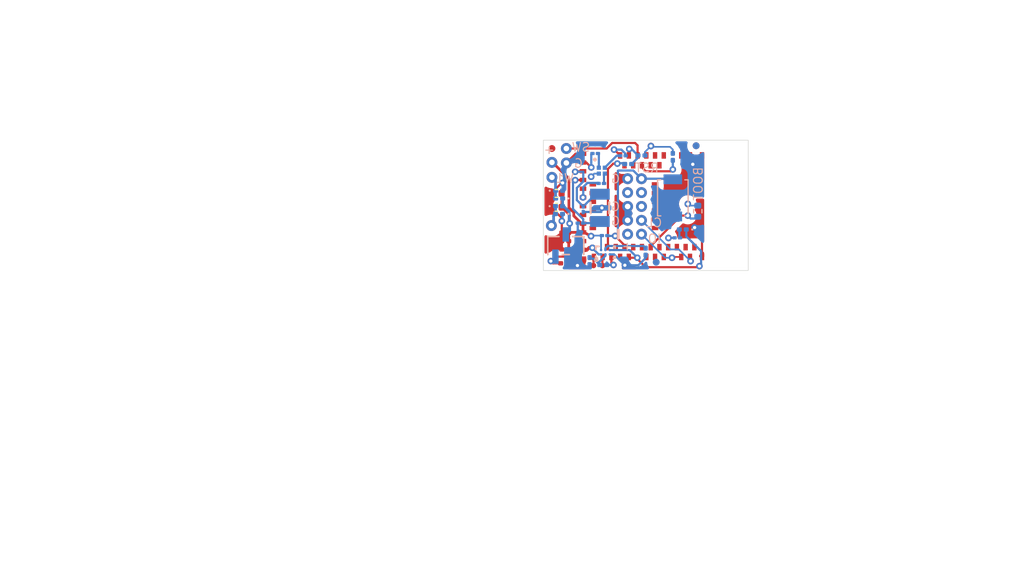
<source format=kicad_pcb>
(kicad_pcb (version 20221018) (generator pcbnew)
  (layers (0 "F.Cu" signal) (1 "In1.Cu" signal) (2 "In2.Cu" signal) (31 "B.Cu" signal) (34 "B.Paste" user) (35 "F.Paste" user) (36 "B.SilkS" user "B.Silkscreen") (37 "F.SilkS" user "F.Silkscreen") (38 "B.Mask" user) (39 "F.Mask" user) (44 "Edge.Cuts" user))
  (net 0 "")
  (net 1 "GND")
  (net 2 "Net-(U1-P0.00(XL1))")
  (net 3 "Net-(U1-P0.01(XL2))")
  (net 4 "V_USB")
  (net 5 "3.3V")
  (net 6 "/P0.17")
  (net 7 "/P0.02{slash}AIN0")
  (net 8 "/P0.03{slash}AIN1")
  (net 9 "/P0.31{slash}AIN7")
  (net 10 "/P0.30{slash}AIN6")
  (net 11 "/P0.28{slash}AIN4")
  (net 12 "/P0.05{slash}AIN3")
  (net 13 "/P0.04{slash}AIN2")
  (net 14 "/~{RESET}")
  (net 15 "/P0.15")
  (net 16 "/P0.10{slash}NFC2")
  (net 17 "/P0.09{slash}NFC1")
  (net 18 "/P0.22")
  (net 19 "/P0.21")
  (net 20 "/P0.20")
  (net 21 "/P0.19")
  (net 22 "/SWDIO")
  (net 23 "/SWDCLK")
  (net 27 "/P0.13")
  (net 28 "/P0.26_USER_RED")
  (net 29 "/P0.06")
  (net 37 "/P0.07")
  (net 38 "/P0.08")
  (net 41 "/P0.11")
  (net 55 "Net-(U3-TS)")
  (net 56 "/P0.14 READ BAT")
  (net 57 "Net-(U3-ISET)")
  (net 58 "Net-(D1-A)")
  (net 59 "Net-(LED1-Red)")
  (net 60 "Net-(LED1-Green)")
  (net 61 "Net-(LED1-Blue)")
  (net 62 "Net-(J6-Pin_1)")
  (net 63 "Net-(J7-Pin_1)")
  (net 64 "Net-(D3-K)")
  (net 65 "Net-(D2-K)")
  (net 66 "Net-(D4-A)")
  (net 67 "/P0.29{slash}AIN5_Switch")
  (net 68 "/P0.23_BootJmp")
  (footprint "Capacitor_SMD:C_0201_0603Metric" (layer "F.Cu") (at 159.004 107.442 180)
    (fp_text reference "C2" hide)
    (fp_text value "0.1UF-0603-25V-(+80/-20%)")
    (pad "1" smd roundrect (at -0.32 0 180) (size 0.46 0.4) (layers "F.Cu" "F.Mask") (net 5 "3.3V"))
    (pad "2" smd roundrect (at 0.32 0 180) (size 0.46 0.4) (layers "F.Cu" "F.Mask") (net 1 "GND"))
  )
  (footprint "nrf52840-breakout-mdbt50q:CREATIVE_COMMONS" (layer "F.Cu") (at 127.5461 138.0236)
    (fp_text reference "FRAME1" hide)
    (fp_text value "FRAME-LETTER" hide)
  )
  (footprint "TouchProbeLibrary2:smdTouchPointMasked" (layer "F.Cu") (at 162.4076 110.4392)
    (fp_text reference "J6" hide)
    (fp_text value "Conn_01x01_Pin")
    (pad "1" smd circle (at 0 0 90) (size 0.5 0.5) (layers "F.Cu") (net 62 "Net-(J6-Pin_1)"))
  )
  (footprint "TouchProbeLibrary2:smdThroughHoleSmall" (layer "F.Cu") (at 157.7848 102.362)
    (fp_text reference "J9" hide)
    (fp_text value "Conn_01x01_Pin")
    (pad "1" thru_hole circle (at 0 0 90) (size 1 1) (drill 0.508) (layers "*.Cu" "*.Mask") (net 65 "Net-(D2-K)"))
  )
  (footprint "TouchProbeLibrary2:smdThroughHoleSmall" (layer "F.Cu") (at 159.1056 101.0412)
    (fp_text reference "J2" hide)
    (fp_text value "Conn_01x01_Pin")
    (pad "1" thru_hole circle (at 0 0 90) (size 1 1) (drill 0.508) (layers "*.Cu" "*.Mask") (net 1 "GND"))
  )
  (footprint "TouchProbeLibrary2:smdThroughHoleSmall" (layer "F.Cu") (at 157.7848 100.9904)
    (fp_text reference "J3" hide)
    (fp_text value "Conn_01x01_Pin")
    (pad "1" thru_hole circle (at 0 0 90) (size 1 1) (drill 0.508) (layers "*.Cu" "*.Mask") (net 5 "3.3V"))
  )
  (footprint "Capacitor_SMD:C_0402_1005Metric" (layer "F.Cu") (at 158.1912 103.8352 180)
    (fp_text reference "C9" hide)
    (fp_text value "100uF")
    (pad "1" smd roundrect (at -0.48 0 180) (size 0.56 0.62) (layers "F.Cu" "F.Paste" "F.Mask") (net 64 "Net-(D3-K)"))
    (pad "2" smd roundrect (at 0.48 0 180) (size 0.56 0.62) (layers "F.Cu" "F.Paste" "F.Mask") (net 1 "GND"))
  )
  (footprint "nrf52840-breakout-mdbt50q:FIDUCIAL-MICRO" (layer "F.Cu") (at 170.9928 99.4664)
    (fp_text reference "FD1" hide)
    (fp_text value "FIDUCIALUFIDUCIAL")
    (pad "1" smd roundrect (at 0 0) (size 0.635 0.635) (layers "F.Cu" "F.Mask") (roundrect_rratio 0.5))
  )
  (footprint "TouchProbeLibrary2:smdThroughHoleSmall" (layer "F.Cu") (at 159.1056 99.7204)
    (fp_text reference "J1" hide)
    (fp_text value "B1")
    (pad "1" thru_hole circle (at 0 0 90) (size 1 1) (drill 0.508) (layers "*.Cu" "*.Mask") (net 67 "/P0.29{slash}AIN5_Switch"))
  )
  (footprint "TouchProbeLibrary2:smdThroughHoleSmall" (layer "F.Cu") (at 157.734 106.7816)
    (fp_text reference "J4" hide)
    (fp_text value "Conn_01x01_Pin")
    (pad "1" thru_hole circle (at 0 0 90) (size 1 1) (drill 0.508) (layers "*.Cu" "*.Mask") (net 66 "Net-(D4-A)"))
  )
  (footprint "Capacitor_SMD:C_0402_1005Metric" (layer "F.Cu") (at 158.1912 105.1052 180)
    (fp_text reference "C6" hide)
    (fp_text value "10nF")
    (pad "1" smd roundrect (at -0.48 0 180) (size 0.56 0.62) (layers "F.Cu" "F.Paste" "F.Mask") (net 64 "Net-(D3-K)"))
    (pad "2" smd roundrect (at 0.48 0 180) (size 0.56 0.62) (layers "F.Cu" "F.Paste" "F.Mask") (net 1 "GND"))
  )
  (footprint "Capacitor_SMD:C_0201_0603Metric" (layer "F.Cu") (at 159.004 108.966 180)
    (fp_text reference "C1" hide)
    (fp_text value "10UF-0603-6.3V-20%")
    (pad "1" smd roundrect (at -0.32 0 180) (size 0.46 0.4) (layers "F.Cu" "F.Mask") (net 5 "3.3V"))
    (pad "2" smd roundrect (at 0.32 0 180) (size 0.46 0.4) (layers "F.Cu" "F.Mask") (net 1 "GND"))
  )
  (footprint "nrf52840-breakout-mdbt50q:FIDUCIAL-MICRO" (layer "F.Cu") (at 157.7848 99.7204)
    (fp_text reference "FD2" hide)
    (fp_text value "FIDUCIALUFIDUCIAL")
    (pad "1" smd roundrect (at 0 0) (size 0.635 0.635) (layers "F.Cu" "F.Mask") (roundrect_rratio 0.5))
  )
  (footprint "nrf52840-breakout-mdbt50q:MDBT50Q" (layer "F.Cu") (at 167.8813 105.0036 -90)
    (fp_text reference "U1" hide)
    (fp_text value "MDBT50Q")
    (pad "1" smd rect locked (at -4.65 -3.65 270) (size 0.6 0.4) (layers "F.Cu" "F.Paste" "F.Mask") (net 1 "GND"))
    (pad "2" smd rect locked (at -4.65 -2.55 270) (size 0.6 0.4) (layers "F.Cu" "F.Paste" "F.Mask") (net 1 "GND"))
    (pad "3" smd rect locked (at -4.65 -1.75 270) (size 0.6 0.4) (layers "F.Cu" "F.Paste" "F.Mask"))
    (pad "4" smd rect locked (at -4.65 -0.15 270) (size 0.6 0.4) (layers "F.Cu" "F.Paste" "F.Mask"))
    (pad "5" smd rect locked (at -3.75 0.25 270) (size 0.6 0.4) (layers "F.Cu" "F.Paste" "F.Mask"))
    (pad "6" smd rect locked (at -4.65 0.65 270) (size 0.6 0.4) (layers "F.Cu" "F.Paste" "F.Mask"))
    (pad "7" smd rect locked (at -3.75 1.05 270) (size 0.6 0.4) (layers "F.Cu" "F.Paste" "F.Mask"))
    (pad "8" smd rect locked (at -4.65 1.45 270) (size 0.6 0.4) (layers "F.Cu" "F.Paste" "F.Mask"))
    (pad "9" smd rect locked (at -3.75 1.85 270) (size 0.6 0.4) (layers "F.Cu" "F.Paste" "F.Mask") (net 8 "/P0.03{slash}AIN1"))
    (pad "10" smd rect locked (at -4.65 2.25 270) (size 0.6 0.4) (layers "F.Cu" "F.Paste" "F.Mask") (net 67 "/P0.29{slash}AIN5_Switch"))
    (pad "11" smd rect locked (at -3.75 2.65 270) (size 0.6 0.4) (layers "F.Cu" "F.Paste" "F.Mask") (net 7 "/P0.02{slash}AIN0"))
    (pad "12" smd rect locked (at -4.65 3.05 270) (size 0.6 0.4) (layers "F.Cu" "F.Paste" "F.Mask") (net 9 "/P0.31{slash}AIN7"))
    (pad "13" smd rect locked (at -3.75 3.45 270) (size 0.6 0.4) (layers "F.Cu" "F.Paste" "F.Mask") (net 11 "/P0.28{slash}AIN4"))
    (pad "14" smd rect locked (at -4.65 3.85 270) (size 0.6 0.4) (layers "F.Cu" "F.Paste" "F.Mask") (net 10 "/P0.30{slash}AIN6"))
    (pad "15" smd rect locked (at -4.8 7.25) (size 0.6 0.4) (layers "F.Cu" "F.Paste" "F.Mask") (net 1 "GND"))
    (pad "16" smd rect locked (at -4 7.25) (size 0.6 0.4) (layers "F.Cu" "F.Paste" "F.Mask") (net 28 "/P0.26_USER_RED"))
    (pad "17" smd rect locked (at -3.2 7.25) (size 0.6 0.4) (layers "F.Cu" "F.Paste" "F.Mask") (net 2 "Net-(U1-P0.00(XL1))"))
    (pad "18" smd rect locked (at -2.4 7.25) (size 0.6 0.4) (layers "F.Cu" "F.Paste" "F.Mask") (net 3 "Net-(U1-P0.01(XL2))"))
    (pad "19" smd rect locked (at -2 6.35) (size 0.6 0.4) (layers "F.Cu" "F.Paste" "F.Mask"))
    (pad "20" smd rect locked (at -1.6 7.25) (size 0.6 0.4) (layers "F.Cu" "F.Paste" "F.Mask") (net 13 "/P0.04{slash}AIN2"))
    (pad "21" smd rect locked (at -1.2 6.35) (size 0.6 0.4) (layers "F.Cu" "F.Paste" "F.Mask") (net 12 "/P0.05{slash}AIN3"))
    (pad "22" smd rect locked (at -0.8 7.25) (size 0.6 0.4) (layers "F.Cu" "F.Paste" "F.Mask") (net 29 "/P0.06"))
    (pad "23" smd rect locked (at -0.4 6.35) (size 0.6 0.4) (layers "F.Cu" "F.Paste" "F.Mask") (net 37 "/P0.07"))
    (pad "24" smd rect locked (at 0 7.25) (size 0.6 0.4) (layers "F.Cu" "F.Paste" "F.Mask") (net 38 "/P0.08"))
    (pad "25" smd rect locked (at 0.4 6.35) (size 0.6 0.4) (layers "F.Cu" "F.Paste" "F.Mask"))
    (pad "26" smd rect locked (at 0.8 7.25) (size 0.6 0.4) (layers "F.Cu" "F.Paste" "F.Mask"))
    (pad "27" smd rect locked (at 1.2 6.35) (size 0.6 0.4) (layers "F.Cu" "F.Paste" "F.Mask") (net 41 "/P0.11"))
    (pad "28" smd rect locked (at 1.6 7.25) (size 0.6 0.4) (layers "F.Cu" "F.Paste" "F.Mask") (net 5 "3.3V"))
    (pad "29" smd rect locked (at 2 6.35) (size 0.6 0.4) (layers "F.Cu" "F.Paste" "F.Mask"))
    (pad "30" smd rect locked (at 2.4 7.25) (size 0.6 0.4) (layers "F.Cu" "F.Paste" "F.Mask") (net 5 "3.3V"))
    (pad "31" smd rect locked (at 3.2 7.25) (size 0.6 0.4) (layers "F.Cu" "F.Paste" "F.Mask"))
    (pad "32" smd rect locked (at 4 7.25) (size 0.6 0.4) (layers "F.Cu" "F.Paste" "F.Mask") (net 4 "V_USB"))
    (pad "33" smd rect locked (at 4.8 7.25) (size 0.6 0.4) (layers "F.Cu" "F.Paste" "F.Mask") (net 1 "GND"))
    (pad "34" smd rect locked (at 4.65 6.25 90) (size 0.6 0.4) (layers "F.Cu" "F.Paste" "F.Mask") (net 63 "Net-(J7-Pin_1)"))
    (pad "35" smd rect locked (at 4.65 5.45 90) (size 0.6 0.4) (layers "F.Cu" "F.Paste" "F.Mask") (net 62 "Net-(J6-Pin_1)"))
    (pad "36" smd rect locked (at 3.75 5.05 90) (size 0.6 0.4) (layers "F.Cu" "F.Paste" "F.Mask") (net 56 "/P0.14 READ BAT"))
    (pad "37" smd rect locked (at 4.65 4.65 90) (size 0.6 0.4) (layers "F.Cu" "F.Paste" "F.Mask") (net 27 "/P0.13"))
    (pad "38" smd rect locked (at 3.75 4.25 90) (size 0.6 0.4) (layers "F.Cu" "F.Paste" "F.Mask"))
    (pad "39" smd rect locked (at 4.65 3.85 90) (size 0.6 0.4) (layers "F.Cu" "F.Paste" "F.Mask") (net 15 "/P0.15"))
    (pad "40" smd rect locked (at 3.75 3.45 90) (size 0.6 0.4) (layers "F.Cu" "F.Paste" "F.Mask") (net 14 "/~{RESET}"))
    (pad "41" smd rect locked (at 4.65 3.05 90) (size 0.6 0.4) (layers "F.Cu" "F.Paste" "F.Mask") (net 6 "/P0.17"))
    (pad "42" smd rect locked (at 3.75 2.65 90) (size 0.6 0.4) (layers "F.Cu" "F.Paste" "F.Mask") (net 21 "/P0.19"))
    (pad "43" smd rect locked (at 3.75 1.85 90) (size 0.6 0.4) (layers "F.Cu" "F.Paste" "F.Mask") (net 19 "/P0.21"))
    (pad "44" smd rect locked (at 4.65 1.45 90) (size 0.6 0.4) (layers "F.Cu" "F.Paste" "F.Mask") (net 20 "/P0.20"))
    (pad "45" smd rect locked (at 3.75 1.05 90) (size 0.6 0.4) (layers "F.Cu" "F.Paste" "F.Mask") (net 68 "/P0.23_BootJmp"))
    (pad "46" smd rect locked (at 4.65 0.65 90) (size 0.6 0.4) (layers "F.Cu" "F.Paste" "F.Mask") (net 18 "/P0.22"))
    (pad "47" smd rect locked (at 3.75 0.25 90) (size 0.6 0.4) (layers "F.Cu" "F.Paste" "F.Mask"))
    (pad "48" smd rect locked (at 4.65 -0.15 90) (size 0.6 0.4) (layers "F.Cu" "F.Paste" "F.Mask"))
    (pad "49" smd rect locked (at 3.75 -0.55 90) (size 0.6 0.4) (layers "F.Cu" "F.Paste" "F.Mask"))
    (pad "50" smd rect locked (at 3.75 -1.35 90) (size 0.6 0.4) (layers "F.Cu" "F.Paste" "F.Mask"))
    (pad "51" smd rect locked (at 4.65 -1.75 90) (size 0.6 0.4) (layers "F.Cu" "F.Paste" "F.Mask") (net 22 "/SWDIO"))
    (pad "52" smd rect locked (at 3.75 -2.15 90) (size 0.6 0.4) (layers "F.Cu" "F.Paste" "F.Mask") (net 17 "/P0.09{slash}NFC1"))
    (pad "53" smd rect locked (at 4.65 -2.55 90) (size 0.6 0.4) (layers "F.Cu" "F.Paste" "F.Mask") (net 23 "/SWDCLK"))
    (pad "54" smd rect locked (at 3.75 -2.95 90) (size 0.6 0.4) (layers "F.Cu" "F.Paste" "F.Mask") (net 16 "/P0.10{slash}NFC2"))
    (pad "55" smd rect locked (at 4.65 -3.65 90) (size 0.6 0.4) (layers "F.Cu" "F.Paste" "F.Mask") (net 1 "GND"))
    (pad "56" smd rect locked (at -2 0.65 180) (size 0.6 0.4) (layers "F.Cu" "F.Paste" "F.Mask"))
    (pad "57" smd rect locked (at -1.2 0.65 180) (size 0.6 0.4) (layers "F.Cu" "F.Paste" "F.Mask"))
    (pad "58" smd rect locked (at -0.4 0.65 180) (size 0.6 0.4) (layers "F.Cu" "F.Paste" "F.Mask"))
    (pad "59" smd rect locked (at 0.4 0.65 180) (size 0.6 0.4) (layers "F.Cu" "F.Paste" "F.Mask"))
    (pad "60" smd rect locked (at 1.2 0.65 180) (size 0.6 0.4) (layers "F.Cu" "F.Paste" "F.Mask"))
    (pad "61" smd rect locked (at 2 0.65 180) (size 0.6 0.4) (layers "F.Cu" "F.Paste" "F.Mask"))
    (zone (net 0) (net_name "") (layer "F.Cu") (connect_pads (clearance 0)) (min_thickness 0.25)
      (keepout (tracks not_allowed) (vias not_allowed) (pads not_allowed) (copperpour not_allowed) (footprints allowed))
      (fill (thermal_gap 0.5) (thermal_bridge_width 0.5))
      (polygon (pts (xy 170.5313 102.7036) (xy 170.5313 104.3036) (xy 171.7313 104.3036) (xy 171.7313 102.7036)))
    )
    (zone (net 0) (net_name "") (layers "*.Cu") (connect_pads (clearance 0)) (min_thickness 0.25)
      (keepout (tracks not_allowed) (vias not_allowed) (pads not_allowed) (copperpour not_allowed) (footprints allowed))
      (fill (thermal_gap 0.5) (thermal_bridge_width 0.5))
      (polygon (pts (xy 171.7313 98.8036) (xy 171.7313 111.2036) (xy 175.5313 111.2036) (xy 175.5313 98.8036)))
    )
    (zone (net 0) (net_name "") (layer "B.Cu") (connect_pads (clearance 0)) (min_thickness 0.25)
      (keepout (tracks not_allowed) (vias not_allowed) (pads not_allowed) (copperpour not_allowed) (footprints allowed))
      (fill (thermal_gap 0.5) (thermal_bridge_width 0.5))
      (polygon (pts (xy 171.7313 98.8036) (xy 171.7313 111.2036) (xy 175.5313 111.2036) (xy 175.5313 98.8036)))
    )
  )
  (footprint "TouchProbeLibrary2:smdTouchPointMasked" (layer "F.Cu") (at 161.5948 110.4392)
    (fp_text reference "J7" hide)
    (fp_text value "Conn_01x01_Pin")
    (pad "1" smd circle (at 0 0 90) (size 0.5 0.5) (layers "F.Cu") (net 63 "Net-(J7-Pin_1)"))
  )
  (footprint "Capacitor_SMD:C_0201_0603Metric" (layer "F.Cu") (at 158.9024 110.236)
    (fp_text reference "C8" hide)
    (fp_text value "2.2uF")
    (pad "1" smd roundrect (at -0.32 0) (size 0.46 0.4) (layers "F.Cu" "F.Mask") (net 4 "V_USB"))
    (pad "2" smd roundrect (at 0.32 0) (size 0.46 0.4) (layers "F.Cu" "F.Mask") (net 1 "GND"))
  )
  (footprint "Capacitor_SMD:C_0201_0603Metric" (layer "F.Cu") (at 159.004 108.204 180)
    (fp_text reference "C4" hide)
    (fp_text value "10UF-0603-6.3V-20%")
    (pad "1" smd roundrect (at -0.32 0 180) (size 0.46 0.4) (layers "F.Cu" "F.Mask") (net 5 "3.3V"))
    (pad "2" smd roundrect (at 0.32 0 180) (size 0.46 0.4) (layers "F.Cu" "F.Mask") (net 1 "GND"))
  )
  (footprint "nrf52840-breakout-mdbt50q:2X5-PTH-1.27MM" (layer "B.Cu") (at 165.354 105.029 90)
    (fp_text reference "J8" hide)
    (fp_text value "CORTEX_DEBUG_PTH")
    (pad "1" thru_hole circle (at -2.54 -0.635 90) (size 1 1) (drill 0.508) (layers "*.Cu" "*.Mask") (net 5 "3.3V"))
    (pad "2" thru_hole circle (at -2.54 0.635 90) (size 1 1) (drill 0.508) (layers "*.Cu" "*.Mask") (net 22 "/SWDIO"))
    (pad "3" thru_hole circle (at -1.27 -0.635 90) (size 1 1) (drill 0.508) (layers "*.Cu" "*.Mask") (net 1 "GND"))
    (pad "4" thru_hole circle (at -1.27 0.635 90) (size 1 1) (drill 0.508) (layers "*.Cu" "*.Mask") (net 23 "/SWDCLK"))
    (pad "5" thru_hole circle (at 0 -0.635 90) (size 1 1) (drill 0.508) (layers "*.Cu" "*.Mask") (net 1 "GND"))
    (pad "6" thru_hole circle (at 0 0.635 90) (size 1 1) (drill 0.508) (layers "*.Cu" "*.Mask"))
    (pad "7" thru_hole circle (at 1.27 -0.635 90) (size 1 1) (drill 0.508) (layers "*.Cu" "*.Mask"))
    (pad "8" thru_hole circle (at 1.27 0.635 90) (size 1 1) (drill 0.508) (layers "*.Cu" "*.Mask"))
    (pad "9" thru_hole circle (at 2.54 -0.635 90) (size 1 1) (drill 0.508) (layers "*.Cu" "*.Mask") (net 1 "GND"))
    (pad "10" thru_hole circle (at 2.54 0.635 90) (size 1 1) (drill 0.508) (layers "*.Cu" "*.Mask") (net 14 "/~{RESET}"))
  )
  (footprint "LED_SMD:LED_0201_0603Metric" (layer "B.Cu") (at 169.7736 107.1372 180)
    (fp_text reference "D1" hide)
    (fp_text value "LED")
    (pad "1" smd roundrect locked (at -0.32 0 180) (size 0.46 0.4) (layers "B.Cu" "B.Mask") (net 6 "/P0.17"))
    (pad "2" smd roundrect locked (at 0.32 0 180) (size 0.46 0.4) (layers "B.Cu" "B.Mask") (net 58 "Net-(D1-A)"))
  )
  (footprint "Resistor_SMD:R_0201_0603Metric" (layer "B.Cu") (at 165.989 100.3554 180)
    (fp_text reference "R2" hide)
    (fp_text value "1MOhm")
    (pad "1" smd roundrect (at -0.32 0 180) (size 0.46 0.4) (layers "B.Cu" "B.Mask") (net 5 "3.3V"))
    (pad "2" smd roundrect (at 0.32 0 180) (size 0.46 0.4) (layers "B.Cu" "B.Mask") (net 9 "/P0.31{slash}AIN7"))
  )
  (footprint "Resistor_SMD:R_0201_0603Metric" (layer "B.Cu") (at 162.4838 110.3884 180)
    (fp_text reference "R10" hide)
    (fp_text value "2.7Kohm")
    (pad "1" smd roundrect (at -0.32 0 180) (size 0.46 0.4) (layers "B.Cu" "B.Mask") (net 27 "/P0.13"))
    (pad "2" smd roundrect (at 0.32 0 180) (size 0.46 0.4) (layers "B.Cu" "B.Mask") (net 57 "Net-(U3-ISET)"))
  )
  (footprint "Diode_SMD:D_0201_0603Metric" (layer "B.Cu") (at 158.4452 103.5812)
    (fp_text reference "D2" hide)
    (fp_text value "D")
    (pad "1" smd roundrect (at -0.32 0) (size 0.46 0.4) (layers "B.Cu" "B.Mask") (net 65 "Net-(D2-K)"))
    (pad "2" smd roundrect (at 0.32 0) (size 0.46 0.4) (layers "B.Cu" "B.Mask") (net 1 "GND"))
  )
  (footprint "Button_Switch_SMD:SW_SPST_B3U-1000P" (layer "B.Cu") (at 168.8592 104.2416 90)
    (fp_text reference "S1" hide)
    (fp_text value "MOMENTARY-SWITCH-SPST-SMD-RIGHT-ANGLE")
    (pad "1" smd rect locked (at -1.7 0 90) (size 0.9 1.7) (layers "B.Cu" "B.Paste" "B.Mask") (net 1 "GND"))
    (pad "2" smd rect locked (at 1.7 0 90) (size 0.9 1.7) (layers "B.Cu" "B.Paste" "B.Mask") (net 14 "/~{RESET}"))
  )
  (footprint "footprints:YFP0006AFAV" (layer "B.Cu") (at 162.687 109.22 -90)
    (fp_text reference "U3" hide)
    (fp_text value "BQ25100YFPT")
    (pad "A1" smd circle (at -0.2 0.400002 270) (size 0.23 0.23) (layers "B.Cu" "B.Mask") (net 5 "3.3V"))
    (pad "A2" smd circle (at 0.200002 0.400002 270) (size 0.23 0.23) (layers "B.Cu" "B.Mask") (net 4 "V_USB"))
    (pad "B1" smd circle (at -0.2 0 270) (size 0.23 0.23) (layers "B.Cu" "B.Mask") (net 55 "Net-(U3-TS)"))
    (pad "B2" smd circle (at 0.200002 0 270) (size 0.23 0.23) (layers "B.Cu" "B.Mask") (net 57 "Net-(U3-ISET)"))
    (pad "C1" smd circle (at -0.2 -0.399999 270) (size 0.23 0.23) (layers "B.Cu" "B.Mask") (net 6 "/P0.17"))
    (pad "C2" smd circle (at 0.200002 -0.399999 270) (size 0.23 0.23) (layers "B.Cu" "B.Mask") (net 1 "GND"))
  )
  (footprint "Capacitor_SMD:C_01005_0402Metric" (layer "B.Cu") (at 160.655 105.283 90)
    (fp_text reference "C3" hide)
    (fp_text value "15PF-0603-50V-5%")
    (pad "1" smd roundrect (at -0.25 0 90) (size 0.4 0.3) (layers "B.Cu" "B.Mask") (net 1 "GND"))
    (pad "2" smd roundrect (at 0.25 0 90) (size 0.4 0.3) (layers "B.Cu" "B.Mask") (net 2 "Net-(U1-P0.00(XL1))"))
  )
  (footprint "Diode_SMD:D_0201_0603Metric" (layer "B.Cu") (at 158.4346 105.0036)
    (fp_text reference "D5" hide)
    (fp_text value "D")
    (pad "1" smd roundrect (at -0.32 0) (size 0.46 0.4) (layers "B.Cu" "B.Mask") (net 66 "Net-(D4-A)"))
    (pad "2" smd roundrect (at 0.32 0) (size 0.46 0.4) (layers "B.Cu" "B.Mask") (net 64 "Net-(D3-K)"))
  )
  (footprint "Resistor_SMD:R_01005_0402Metric" (layer "B.Cu") (at 169.2656 107.8992 180)
    (fp_text reference "R3" hide)
    (fp_text value "2.2KOHM-0603-1/10W-1%")
    (pad "1" smd roundrect locked (at -0.25 0 180) (size 0.4 0.3) (layers "B.Cu" "B.Mask") (net 58 "Net-(D1-A)"))
    (pad "2" smd roundrect locked (at 0.25 0 180) (size 0.4 0.3) (layers "B.Cu" "B.Mask") (net 5 "3.3V"))
  )
  (footprint "Resistor_SMD:R_0201_0603Metric" (layer "B.Cu") (at 166.37 109.1692 90)
    (fp_text reference "R1" hide)
    (fp_text value "10kOhm")
    (pad "1" smd roundrect (at -0.32 0 90) (size 0.46 0.4) (layers "B.Cu" "B.Mask") (net 1 "GND"))
    (pad "2" smd roundrect (at 0.32 0 90) (size 0.46 0.4) (layers "B.Cu" "B.Mask") (net 55 "Net-(U3-TS)"))
  )
  (footprint "Resistor_SMD:R_01005_0402Metric" (layer "B.Cu") (at 164.2872 100.3808 180)
    (fp_text reference "R9" hide)
    (fp_text value "10 KOhm")
    (pad "1" smd roundrect (at -0.25 0 180) (size 0.4 0.3) (layers "B.Cu" "B.Mask") (net 10 "/P0.30{slash}AIN6"))
    (pad "2" smd roundrect (at 0.25 0 180) (size 0.4 0.3) (layers "B.Cu" "B.Mask") (net 60 "Net-(LED1-Green)"))
  )
  (footprint "nrf52840-breakout-mdbt50q:FIDUCIAL-MICRO" (layer "B.Cu") (at 170.9928 99.4664 180)
    (fp_text reference "FD4" hide)
    (fp_text value "FIDUCIALUFIDUCIAL")
    (pad "1" smd roundrect (at 0 0 180) (size 0.635 0.635) (layers "B.Cu" "B.Mask") (roundrect_rratio 0.5))
  )
  (footprint "Capacitor_SMD:C_01005_0402Metric" (layer "B.Cu") (at 160.401 106.553)
    (fp_text reference "C7" hide)
    (fp_text value "15PF-0603-50V-5%")
    (pad "1" smd roundrect (at -0.25 0) (size 0.4 0.3) (layers "B.Cu" "B.Mask") (net 1 "GND"))
    (pad "2" smd roundrect (at 0.25 0) (size 0.4 0.3) (layers "B.Cu" "B.Mask") (net 3 "Net-(U1-P0.01(XL2))"))
  )
  (footprint "Resistor_SMD:R_0201_0603Metric" (layer "B.Cu") (at 168.8592 100.4824 90)
    (fp_text reference "JP3" hide)
    (fp_text value "Jumper_2_Open")
    (pad "1" smd roundrect locked (at -0.32 0 90) (size 0.46 0.4) (layers "B.Cu" "B.Mask") (net 8 "/P0.03{slash}AIN1"))
    (pad "2" smd roundrect locked (at 0.32 0 90) (size 0.46 0.4) (layers "B.Cu" "B.Mask") (net 5 "3.3V"))
  )
  (footprint "Resistor_SMD:R_01005_0402Metric" (layer "B.Cu") (at 162.6108 107.696 180)
    (fp_text reference "R4" hide)
    (fp_text value "10KOHM-0603-1/10W-1%")
    (pad "1" smd roundrect (at -0.25 0 180) (size 0.4 0.3) (layers "B.Cu" "B.Mask") (net 14 "/~{RESET}"))
    (pad "2" smd roundrect (at 0.25 0 180) (size 0.4 0.3) (layers "B.Cu" "B.Mask") (net 5 "3.3V"))
  )
  (footprint "Resistor_SMD:R_01005_0402Metric" (layer "B.Cu") (at 161.7472 100.1776)
    (fp_text reference "R8" hide)
    (fp_text value "2.2KOHM-0603-1/10W-1%")
    (pad "1" smd roundrect (at -0.25 0) (size 0.4 0.3) (layers "B.Cu" "B.Mask") (net 28 "/P0.26_USER_RED"))
    (pad "2" smd roundrect (at 0.25 0) (size 0.4 0.3) (layers "B.Cu" "B.Mask") (net 61 "Net-(LED1-Blue)"))
  )
  (footprint "nrf52840-breakout-mdbt50q:CRYSTAL-SMD-3.2X1.5MM" (layer "B.Cu") (at 162.179 105.156 90)
    (fp_text reference "Y1" hide)
    (fp_text value "32.768kHz")
    (pad "P$1" smd rect locked (at -1.25 0 90) (size 1 1.8) (layers "B.Cu" "B.Paste" "B.Mask") (net 3 "Net-(U1-P0.01(XL2))"))
    (pad "P$2" smd rect locked (at 1.25 0 90) (size 1 1.8) (layers "B.Cu" "B.Paste" "B.Mask") (net 2 "Net-(U1-P0.00(XL1))"))
  )
  (footprint "Diode_SMD:D_0201_0603Metric" (layer "B.Cu") (at 158.4346 105.7148 180)
    (fp_text reference "D4" hide)
    (fp_text value "D")
    (pad "1" smd roundrect (at -0.32 0 180) (size 0.46 0.4) (layers "B.Cu" "B.Mask") (net 1 "GND"))
    (pad "2" smd roundrect (at 0.32 0 180) (size 0.46 0.4) (layers "B.Cu" "B.Mask") (net 66 "Net-(D4-A)"))
  )
  (footprint "Resistor_SMD:R_01005_0402Metric" (layer "B.Cu") (at 162.306 102.9208)
    (fp_text reference "R11" hide)
    (fp_text value "2.2KOHM-0603-1/10W-1%")
    (pad "1" smd roundrect locked (at -0.25 0) (size 0.4 0.3) (layers "B.Cu" "B.Mask") (net 29 "/P0.06"))
    (pad "2" smd roundrect locked (at 0.25 0) (size 0.4 0.3) (layers "B.Cu" "B.Mask") (net 59 "Net-(LED1-Red)"))
  )
  (footprint "TouchProbeLibrary2:SON_BBQFMF3_WFS" (layer "B.Cu") (at 162.3568 101.7524 -90)
    (fp_text reference "LED1" hide)
    (fp_text value "UHD1110-FKA-CL1A13R3Q1BBQFMF3")
    (pad "1" smd rect (at -0.269499 0.275001 270) (size 0.381 0.381) (layers "B.Cu" "B.Paste" "B.Mask") (net 61 "Net-(LED1-Blue)"))
    (pad "2" smd rect (at -0.269499 -0.275001 270) (size 0.381 0.381) (layers "B.Cu" "B.Paste" "B.Mask") (net 60 "Net-(LED1-Green)"))
    (pad "3" smd rect (at 0.269499 -0.275001 270) (size 0.381 0.381) (layers "B.Cu" "B.Paste" "B.Mask") (net 59 "Net-(LED1-Red)"))
    (pad "4" smd rect (at 0.269499 0.275001 270) (size 0.381 0.381) (layers "B.Cu" "B.Paste" "B.Mask") (net 5 "3.3V"))
  )
  (footprint "nrf52840-breakout-mdbt50q:FIDUCIAL-MICRO" (layer "B.Cu") (at 167.3352 110.1344 180)
    (fp_text reference "FD3" hide)
    (fp_text value "FIDUCIALUFIDUCIAL")
    (pad "1" smd roundrect (at 0 0 180) (size 0.635 0.635) (layers "B.Cu" "B.Mask") (roundrect_rratio 0.5))
  )
  (footprint "Diode_SMD:D_0201_0603Metric" (layer "B.Cu") (at 158.4452 104.2924 180)
    (fp_text reference "D3" hide)
    (fp_text value "D")
    (pad "1" smd roundrect locked (at -0.32 0 180) (size 0.46 0.4) (layers "B.Cu" "B.Mask") (net 64 "Net-(D3-K)"))
    (pad "2" smd roundrect locked (at 0.32 0 180) (size 0.46 0.4) (layers "B.Cu" "B.Mask") (net 65 "Net-(D2-K)"))
  )
  (footprint "Resistor_SMD:R_0201_0603Metric" (layer "B.Cu") (at 161.2392 110.0328 90)
    (fp_text reference "R7" hide)
    (fp_text value "2.7Kohm")
    (pad "1" smd roundrect (at -0.32 0 90) (size 0.46 0.4) (layers "B.Cu" "B.Mask") (net 1 "GND"))
    (pad "2" smd roundrect (at 0.32 0 90) (size 0.46 0.4) (layers "B.Cu" "B.Mask") (net 57 "Net-(U3-ISET)"))
  )
  (footprint "Resistor_SMD:R_0402_1005Metric" (layer "B.Cu") (at 171.1452 105.4608 90)
    (fp_text reference "JP2" hide)
    (fp_text value "Jumper_2_Open")
    (pad "1" smd roundrect locked (at -0.51 0 90) (size 0.54 0.64) (layers "B.Cu" "B.Paste" "B.Mask") (net 68 "/P0.23_BootJmp"))
    (pad "2" smd roundrect locked (at 0.51 0 90) (size 0.54 0.64) (layers "B.Cu" "B.Paste" "B.Mask") (net 5 "3.3V"))
  )
  (footprint "TouchProbeLibrary2:SOT-23_TT_MCH" (layer "B.Cu") (at 159.0548 108.6104 180)
    (fp_text reference "U2" hide)
    (fp_text value "MCP1799T-5002H/TT")
    (pad "1" smd rect (at -0.950001 -1.016 180) (size 0.5842 1.3208) (layers "B.Cu" "B.Paste" "B.Mask") (net 1 "GND"))
    (pad "2" smd rect (at 0.950001 -1.016 180) (size 0.5842 1.3208) (layers "B.Cu" "B.Paste" "B.Mask") (net 4 "V_USB"))
    (pad "3" smd rect (at 0 1.016 180) (size 0.5842 1.3208) (layers "B.Cu" "B.Paste" "B.Mask") (net 64 "Net-(D3-K)"))
  )
  (footprint "Resistor_SMD:R_0201_0603Metric" (layer "B.Cu") (at 164.7698 101.1428 180)
    (fp_text reference "R5" hide)
    (fp_text value "510k")
    (pad "1" smd roundrect (at -0.32 0 180) (size 0.46 0.4) (layers "B.Cu" "B.Mask") (net 9 "/P0.31{slash}AIN7"))
    (pad "2" smd roundrect (at 0.32 0 180) (size 0.46 0.4) (layers "B.Cu" "B.Mask") (net 56 "/P0.14 READ BAT"))
  )
  (gr_rect (start 157 98.9584) (end 175.768 110.8964) (stroke (width 0.05)) (fill none) (layer "Edge.Cuts"))
  (gr_text "G" (at 160.6804 101.5492) (layer "B.SilkS") (effects (font (size 0.8 0.8) (thickness 0.1)) (justify left bottom mirror)))
  (gr_text "G" (at 164.084 105.5116) (layer "B.SilkS") (effects (font (size 0.8 0.8) (thickness 0.1)) (justify left bottom mirror)))
  (gr_text "CL" (at 167.9448 106.9848) (layer "B.SilkS") (effects (font (size 0.8 0.8) (thickness 0.1)) (justify left bottom mirror)))
  (gr_text "SW" (at 161.3408 100.076) (layer "B.SilkS") (effects (font (size 0.8 0.8) (thickness 0.1)) (justify left bottom mirror)))
  (gr_text "BOOT" (at 171.6532 101.346 90) (layer "B.SilkS") (effects (font (size 0.8 0.8) (thickness 0.1)) (justify left bottom mirror)))
  (gr_text "IO" (at 167.1828 108.458) (layer "B.SilkS") (effects (font (size 0.8 0.8) (thickness 0.1)) (justify bottom mirror)))
  (gr_text "RST" (at 167.64 101.9556) (layer "B.SilkS") (effects (font (size 0.8 0.8) (thickness 0.1)) (justify left bottom mirror)))
  (gr_text "G" (at 164.084 102.9716) (layer "B.SilkS") (effects (font (size 0.8 0.8) (thickness 0.1)) (justify left bottom mirror)))
  (gr_text "W1" (at 159.8676 102.9208) (layer "B.SilkS") (effects (font (size 0.8 0.8) (thickness 0.1)) (justify left bottom mirror)))
  (gr_text "+" (at 158.0896 100.2792) (layer "B.SilkS") (effects (font (size 0.8 0.8) (thickness 0.1)) (justify left bottom mirror)))
  (gr_text "+" (at 165.2524 109.1184) (layer "B.SilkS") (effects (font (size 0.8 0.8) (thickness 0.1)) (justify left bottom mirror)))
  (gr_text "G" (at 164.084 106.8324) (layer "B.SilkS") (effects (font (size 0.8 0.8) (thickness 0.1)) (justify left bottom mirror)))
  (segment (start 158.69102 106.363059) (end 158.69102 107.43498) (width 0.2) (layer "F.Cu") (net 1))
  (segment (start 160.1216 110.4392) (end 159.4256 110.4392) (width 0.2) (layer "F.Cu") (net 1))
  (segment (start 159.9432 100.2036) (end 160.6313 100.2036) (width 0.2) (layer "F.Cu") (net 1))
  (segment (start 159.4256 110.4392) (end 159.2224 110.236) (width 0.2) (layer "F.Cu") (net 1))
  (segment (start 158.7636 102.87) (end 158.6764 102.87) (width 0.2) (layer "F.Cu") (net 1))
  (segment (start 171.5313 107.6376) (end 170.8531 106.9594) (width 0.2) (layer "F.Cu") (net 1))
  (segment (start 157.7112 105.1052) (end 157.7112 103.8352) (width 0.2) (layer "F.Cu") (net 1))
  (segment (start 159.1056 101.0412) (end 159.9432 100.2036) (width 0.2) (layer "F.Cu") (net 1))
  (segment (start 158.69102 106.08502) (end 157.7112 105.1052) (width 0.2) (layer "F.Cu") (net 1))
  (segment (start 158.684 108.204) (end 158.684 107.442) (width 0.2) (layer "F.Cu") (net 1))
  (segment (start 158.6764 102.87) (end 157.7112 103.8352) (width 0.2) (layer "F.Cu") (net 1))
  (segment (start 160.1216 110.3133) (end 160.6313 109.8036) (width 0.2) (layer "F.Cu") (net 1))
  (segment (start 160.1216 110.4392) (end 160.1216 110.3133) (width 0.2) (layer "F.Cu") (net 1))
  (segment (start 158.684 107.442) (end 158.684 108.966) (width 0.2) (layer "F.Cu") (net 1))
  (segment (start 158.69102 106.363059) (end 158.69102 106.08502) (width 0.2) (layer "F.Cu") (net 1))
  (segment (start 158.684 108.966) (end 158.684 108.204) (width 0.2) (layer "F.Cu") (net 1))
  (segment (start 158.69102 107.43498) (end 158.684 107.442) (width 0.2) (layer "F.Cu") (net 1))
  (segment (start 171.5313 109.6536) (end 171.5313 107.6376) (width 0.2) (layer "F.Cu") (net 1))
  (via (at 158.7636 102.87) (size 0.6) (drill 0.3) (layers "F.Cu" "B.Cu") (net 1))
  (via (at 160.1216 110.4392) (size 0.6) (drill 0.3) (layers "F.Cu" "B.Cu") (net 1))
  (via (at 158.69102 106.363059) (size 0.6) (drill 0.3) (layers "F.Cu" "B.Cu") (net 1))
  (via (at 162.3632 105.156) (size 0.6) (drill 0.3) (layers "F.Cu" "B.Cu") (net 1))
  (via (at 170.8531 106.9594) (size 0.6096) (drill 0.3048) (layers "F.Cu" "B.Cu") (net 1))
  (via (at 170.688 101.1682) (size 0.6096) (drill 0.3048) (layers "F.Cu" "B.Cu") (net 1))
  (via (at 164.465 110.4138) (size 0.6) (drill 0.3) (layers "F.Cu" "B.Cu") (net 1))
  (segment (start 158.7546 106.299479) (end 158.7546 105.7148) (width 0.2) (layer "B.Cu") (net 1))
  (segment (start 166.37 109.4892) (end 166.37 109.747212) (width 0.2) (layer "B.Cu") (net 1))
  (segment (start 160.655 105.533) (end 162.306 105.533) (width 0.2) (layer "B.Cu") (net 1))
  (segment (start 162.306 105.2132) (end 162.306 105.533) (width 0.2) (layer "B.Cu") (net 1))
  (segment (start 165.703412 110.4138) (end 164.465 110.4138) (width 0.2) (layer "B.Cu") (net 1))
  (segment (start 163.086999 109.420002) (end 163.471202 109.420002) (width 0.2) (layer "B.Cu") (net 1))
  (segment (start 158.69102 106.363059) (end 158.7546 106.299479) (width 0.2) (layer "B.Cu") (net 1))
  (segment (start 162.3632 105.156) (end 162.306 105.2132) (width 0.2) (layer "B.Cu") (net 1))
  (segment (start 158.7652 102.8716) (end 158.7652 103.5812) (width 0.2) (layer "B.Cu") (net 1))
  (segment (start 170.942 106.8705) (end 170.8531 106.9594) (width 0.2) (layer "B.Cu") (net 1))
  (segment (start 160.1216 110.4392) (end 160.147 110.4138) (width 0.2) (layer "B.Cu") (net 1))
  (segment (start 160.1216 110.4392) (end 160.1216 110.3732) (width 0.2) (layer "B.Cu") (net 1))
  (segment (start 158.7636 102.87) (end 158.7652 102.8716) (width 0.2) (layer "B.Cu") (net 1))
  (segment (start 160.151 106.553) (end 160.151 109.480201) (width 0.2) (layer "B.Cu") (net 1))
  (segment (start 160.081 106.623) (end 160.151 106.553) (width 0.2) (layer "B.Cu") (net 1))
  (segment (start 163.471202 109.420002) (end 164.465 110.4138) (width 0.2) (layer "B.Cu") (net 1))
  (segment (start 160.151 109.480201) (end 160.004801 109.6264) (width 0.2) (layer "B.Cu") (net 1))
  (segment (start 164.719 102.108) (end 164.719 102.489) (width 0.1524) (layer "B.Cu") (net 1))
  (segment (start 166.37 109.747212) (end 165.703412 110.4138) (width 0.2) (layer "B.Cu") (net 1))
  (segment (start 160.6313 101.8036) (end 159.964 101.8036) (width 0.2) (layer "F.Cu") (net 2))
  (segment (start 159.964 101.8036) (end 159.9136 101.854) (width 0.2) (layer "F.Cu") (net 2))
  (via (at 159.9136 101.854) (size 0.6) (drill 0.3) (layers "F.Cu" "B.Cu") (net 2))
  (segment (start 160.0676 104.4456) (end 160.0676 103.3304) (width 0.2) (layer "B.Cu") (net 2))
  (segment (start 160.655 101.854) (end 159.9136 101.854) (width 0.2) (layer "B.Cu") (net 2))
  (segment (start 160.655 105.033) (end 160.0676 104.4456) (width 0.2) (layer "B.Cu") (net 2))
  (segment (start 160.0676 103.3304) (end 160.655 102.743) (width 0.2) (layer "B.Cu") (net 2))
  (segment (start 160.655 102.743) (end 160.655 101.854) (width 0.2) (layer "B.Cu") (net 2))
  (segment (start 161.655 104.033) (end 160.655 105.033) (width 0.2) (layer "B.Cu") (net 2))
  (segment (start 162.179 104.033) (end 161.655 104.033) (width 0.2) (layer "B.Cu") (net 2))
  (segment (start 159.9184 102.616) (end 159.9308 102.6036) (width 0.2) (layer "F.Cu") (net 3))
  (segment (start 159.9308 102.6036) (end 160.6313 102.6036) (width 0.2) (layer "F.Cu") (net 3))
  (via (at 159.9184 102.616) (size 0.6) (drill 0.3) (layers "F.Cu" "B.Cu") (net 3))
  (segment (start 159.7152 105.2576) (end 160.651 106.1934) (width 0.2) (layer "B.Cu") (net 3))
  (segment (start 162.159 106.553) (end 162.179 106.533) (width 0.2) (layer "B.Cu") (net 3))
  (segment (start 159.7152 102.8192) (end 159.7152 105.2576) (width 0.2) (layer "B.Cu") (net 3))
  (segment (start 159.9184 102.616) (end 159.7152 102.8192) (width 0.2) (layer "B.Cu") (net 3))
  (segment (start 161.524 106.533) (end 162.306 106.533) (width 0.2) (layer "B.Cu") (net 3))
  (segment (start 160.651 106.1934) (end 160.651 106.553) (width 0.2) (layer "B.Cu") (net 3))
  (segment (start 160.651 106.553) (end 162.159 106.553) (width 0.2) (layer "B.Cu") (net 3))
  (segment (start 161.524 106.533) (end 162.179 106.533) (width 0.2) (layer "B.Cu") (net 3))
  (segment (start 158.0896 109.6264) (end 159.8168 109.6264) (width 0.2) (layer "F.Cu") (net 4))
  (segment (start 160.6445 109.0168) (end 160.6313 109.0036) (width 0.3) (layer "F.Cu") (net 4))
  (segment (start 160.9852 109.0168) (end 160.6445 109.0168) (width 0.3) (layer "F.Cu") (net 4))
  (segment (start 160.4396 109.0036) (end 160.6313 109.0036) (width 0.2) (layer "F.Cu") (net 4))
  (segment (start 161.4932 108.8136) (end 161.1884 108.8136) (width 0.3) (layer "F.Cu") (net 4))
  (segment (start 157.6832 110.0328) (end 158.0896 109.6264) (width 0.2) (layer "F.Cu") (net 4))
  (segment (start 161.1884 108.8136) (end 160.9852 109.0168) (width 0.3) (layer "F.Cu") (net 4))
  (segment (start 157.8864 110.236) (end 157.6832 110.0328) (width 0.2) (layer "F.Cu") (net 4))
  (segment (start 159.8168 109.6264) (end 160.4396 109.0036) (width 0.2) (layer "F.Cu") (net 4))
  (segment (start 158.5824 110.236) (end 157.8864 110.236) (width 0.2) (layer "F.Cu") (net 4))
  (via (at 157.6832 110.0328) (size 0.6) (drill 0.3) (layers "F.Cu" "B.Cu") (net 4))
  (via (at 161.4932 108.8136) (size 0.6) (drill 0.3) (layers "F.Cu" "B.Cu") (net 4))
  (segment (start 162.062804 109.420002) (end 161.544 108.901198) (width 0.2) (layer "B.Cu") (net 4))
  (segment (start 158.104799 109.6264) (end 158.0896 109.6264) (width 0.2) (layer "B.Cu") (net 4))
  (segment (start 158.0896 109.6264) (end 157.6832 110.0328) (width 0.2) (layer "B.Cu") (net 4))
  (segment (start 162.286998 109.420002) (end 162.062804 109.420002) (width 0.2) (layer "B.Cu") (net 4))
  (segment (start 161.476608 107.823) (end 161.398808 107.7452) (width 0.2) (layer "F.Cu") (net 5))
  (segment (start 159.324 107.442) (end 159.324 108.204) (width 0.1524) (layer "F.Cu") (net 5))
  (segment (start 161.3662 107.7452) (end 160.7313 107.4036) (width 0.25) (layer "F.Cu") (net 5))
  (segment (start 159.3624 107.4036) (end 159.324 107.442) (width 0.1524) (layer "F.Cu") (net 5))
  (segment (start 160.6599 107.4322) (end 160.6313 107.4036) (width 0.1524) (layer "F.Cu") (net 5))
  (segment (start 160.5313 106.6036) (end 160.6313 106.6036) (width 0.1524) (layer "F.Cu") (net 5))
  (segment (start 160.4741 106.6036) (end 160.6313 106.6036) (width 0.1524) (layer "F.Cu") (net 5))
  (segment (start 159.3834 108.204) (end 159.324 108.204) (width 0.1524) (layer "F.Cu") (net 5))
  (segment (start 157.7848 100.9904) (end 157.839367 100.9904) (width 0.25) (layer "F.Cu") (net 5))
  (segment (start 164.4313 107.8567) (end 164.719 107.569) (width 0.2) (layer "F.Cu") (net 5))
  (segment (start 160.6313 106.6036) (end 160.6313 107.4036) (width 0.25) (layer "F.Cu") (net 5))
  (segment (start 159.341 105.1374) (end 159.787931 105.584331) (width 0.25) (layer "F.Cu") (net 5))
  (segment (start 159.787931 105.889131) (end 160.4605 106.5617) (width 0.25) (layer "F.Cu") (net 5))
  (segment (start 157.839367 100.9904) (end 159.341 102.492033) (width 0.25) (layer "F.Cu") (net 5))
  (segment (start 160.4605 106.5617) (end 160.4605 106.6036) (width 0.25) (layer "F.Cu") (net 5))
  (segment (start 160.4605 106.6036) (end 160.6313 106.6036) (width 0.3) (layer "F.Cu") (net 5))
  (segment (start 160.6057 106.6292) (end 160.6313 106.6036) (width 0.3) (layer "F.Cu") (net 5))
  (segment (start 159.787931 105.584331) (end 159.787931 105.889131) (width 0.25) (layer "F.Cu") (net 5))
  (segment (start 161.398808 107.7452) (end 161.3662 107.7452) (width 0.2) (layer "F.Cu") (net 5))
  (segment (start 160.6313 107.4036) (end 159.3624 107.4036) (width 0.25) (layer "F.Cu") (net 5))
  (segment (start 160.7313 107.4036) (end 160.6313 107.4036) (width 0.2) (layer "F.Cu") (net 5))
  (segment (start 159.341 102.492033) (end 159.341 105.1374) (width 0.25) (layer "F.Cu") (net 5))
  (segment (start 159.324 108.204) (end 159.324 108.966) (width 0.1524) (layer "F.Cu") (net 5))
  (segment (start 159.324 108.966) (end 159.324 107.442) (width 0.25) (layer "F.Cu") (net 5))
  (via (at 170.2308 104.8004) (size 0.6096) (drill 0.3048) (layers "F.Cu" "B.Cu") (net 5))
  (via (at 161.377526 102.304025) (size 0.6096) (drill 0.3048) (layers "F.Cu" "B.Cu") (net 5))
  (via (at 168.460222 107.914279) (size 0.6096) (drill 0.3048) (layers "F.Cu" "B.Cu") (net 5))
  (via (at 161.3662 107.7452) (size 0.6096) (drill 0.3048) (layers "F.Cu" "B.Cu") (net 5))
  (via (at 166.8526 99.4918) (size 0.6096) (drill 0.3048) (layers "F.Cu" "B.Cu") (net 5))
  (segment (start 166.309 100.3554) (end 166.309 100.0354) (width 0.1524) (layer "B.Cu") (net 5))
  (segment (start 162.286998 109.02) (end 162.286998 107.846002) (width 0.1524) (layer "B.Cu") (net 5))
  (segment (start 168.8592 99.822) (end 168.6052 99.568) (width 0.1524) (layer "B.Cu") (net 5))
  (segment (start 168.848121 107.914279) (end 168.8632 107.8992) (width 0.1524) (layer "B.Cu") (net 5))
  (segment (start 161.3662 107.7452) (end 161.4154 107.696) (width 0.1524) (layer "B.Cu") (net 5))
  (segment (start 161.377526 102.304025) (end 161.659652 102.021899) (width 0.1524) (layer "B.Cu") (net 5))
  (segment (start 166.309 100.0354) (end 166.8526 99.4918) (width 0.1524) (layer "B.Cu") (net 5))
  (segment (start 161.659652 102.021899) (end 161.980199 102.021899) (width 0.1524) (layer "B.Cu") (net 5))
  (segment (start 161.4154 107.696) (end 162.437 107.696) (width 0.1524) (layer "B.Cu") (net 5))
  (segment (start 168.6052 99.568) (end 166.9288 99.568) (width 0.1524) (layer "B.Cu") (net 5))
  (segment (start 168.358622 107.914279) (end 168.848121 107.914279) (width 0.1524) (layer "B.Cu") (net 5))
  (segment (start 170.2308 104.8004) (end 170.3812 104.9508) (width 0.1524) (layer "B.Cu") (net 5))
  (segment (start 170.3812 104.9508) (end 171.0944 104.9508) (width 0.1524) (layer "B.Cu") (net 5))
  (segment (start 168.8592 100.1624) (end 168.8592 99.822) (width 0.1524) (layer "B.Cu") (net 5))
  (segment (start 166.9288 99.568) (end 166.8526 99.4918) (width 0.1524) (layer "B.Cu") (net 5))
  (segment (start 171.2008 110.5916) (end 166.3645 110.5916) (width 0.2) (layer "F.Cu") (net 6))
  (segment (start 165.608 109.728) (end 164.9057 109.728) (width 0.2) (layer "F.Cu") (net 6))
  (segment (start 164.9057 109.728) (end 164.8313 109.6536) (width 0.2) (layer "F.Cu") (net 6))
  (segment (start 166.3645 110.5916) (end 165.608 109.8351) (width 0.2) (layer "F.Cu") (net 6))
  (segment (start 165.608 109.8351) (end 165.608 109.728) (width 0.2) (layer "F.Cu") (net 6))
  (segment (start 171.2976 110.4948) (end 171.2008 110.5916) (width 0.2) (layer "F.Cu") (net 6))
  (via (at 165.608 109.728) (size 0.6) (drill 0.3) (layers "F.Cu" "B.Cu") (net 6))
  (via (at 171.2976 110.4948) (size 0.6) (drill 0.3) (layers "F.Cu" "B.Cu") (net 6))
  (segment (start 170.0936 107.762) (end 170.0936 107.1372) (width 0.2) (layer "B.Cu") (net 6))
  (segment (start 164.9 109.02) (end 165.608 109.728) (width 0.2) (layer "B.Cu") (net 6))
  (segment (start 171.2976 110.4948) (end 171.45 110.3424) (width 0.2) (layer "B.Cu") (net 6))
  (segment (start 171.45 109.1184) (end 170.0936 107.762) (width 0.2) (layer "B.Cu") (net 6))
  (segment (start 163.086999 109.02) (end 164.9 109.02) (width 0.2) (layer "B.Cu") (net 6))
  (segment (start 171.45 110.3424) (end 171.45 109.1184) (width 0.2) (layer "B.Cu") (net 6))
  (segment (start 165.2313 101.2536) (end 165.2313 101.3884) (width 0.1524) (layer "F.Cu") (net 7))
  (segment (start 166.0313 101.4584) (end 166.3789 101.806) (width 0.2) (layer "F.Cu") (net 8))
  (segment (start 166.3789 101.806) (end 168.692398 101.806) (width 0.2) (layer "F.Cu") (net 8))
  (segment (start 166.0313 101.2536) (end 166.0313 101.4584) (width 0.2) (layer "F.Cu") (net 8))
  (segment (start 168.692398 101.806) (end 168.8592 101.639198) (width 0.2) (layer "F.Cu") (net 8))
  (via (at 168.8592 101.639198) (size 0.6) (drill 0.3) (layers "F.Cu" "B.Cu") (net 8))
  (segment (start 168.8592 101.639198) (end 168.8592 100.8024) (width 0.2) (layer "B.Cu") (net 8))
  (segment (start 164.8313 99.799081) (end 164.8313 100.3536) (width 0.2) (layer "F.Cu") (net 9))
  (segment (start 164.866543 99.763838) (end 164.8313 99.799081) (width 0.2) (layer "F.Cu") (net 9))
  (via (at 164.866543 99.763838) (size 0.6) (drill 0.3) (layers "F.Cu" "B.Cu") (net 9))
  (segment (start 165.077438 99.763838) (end 165.669 100.3554) (width 0.2) (layer "B.Cu") (net 9))
  (segment (start 164.866543 99.763838) (end 165.077438 99.763838) (width 0.2) (layer "B.Cu") (net 9))
  (segment (start 165.669 100.3554) (end 165.669 100.5636) (width 0.2) (layer "B.Cu") (net 9))
  (segment (start 165.669 100.5636) (end 165.0898 101.1428) (width 0.2) (layer "B.Cu") (net 9))
  (segment (start 163.4744 99.822) (end 163.4997 99.822) (width 0.2) (layer "F.Cu") (net 10))
  (segment (start 163.4997 99.822) (end 164.0313 100.3536) (width 0.2) (layer "F.Cu") (net 10))
  (via (at 163.4744 99.822) (size 0.6) (drill 0.3) (layers "F.Cu" "B.Cu") (net 10))
  (segment (start 164.4896 100.168108) (end 164.4896 100.3332) (width 0.2) (layer "B.Cu") (net 10))
  (segment (start 163.4744 99.822) (end 164.143492 99.822) (width 0.2) (layer "B.Cu") (net 10))
  (segment (start 164.4896 100.3332) (end 164.5372 100.3808) (width 0.2) (layer "B.Cu") (net 10))
  (segment (start 164.143492 99.822) (end 164.4896 100.168108) (width 0.2) (layer "B.Cu") (net 10))
  (segment (start 163.576 107.7294) (end 164.4313 108.5847) (width 0.2) (layer "F.Cu") (net 14))
  (segment (start 164.4313 108.5847) (end 164.4313 108.7536) (width 0.2) (layer "F.Cu") (net 14))
  (via (at 163.576 107.7294) (size 0.6) (drill 0.3) (layers "F.Cu" "B.Cu") (net 14))
  (segment (start 165.989 102.489) (end 168.07 102.489) (width 0.2) (layer "B.Cu") (net 14))
  (segment (start 163.576 107.7294) (end 163.6696 107.823) (width 0.2) (layer "B.Cu") (net 14))
  (segment (start 162.9704 107.7294) (end 162.937 107.696) (width 0.2) (layer "B.Cu") (net 14))
  (segment (start 165.2366 101.7366) (end 165.989 102.489) (width 0.2) (layer "B.Cu") (net 14))
  (segment (start 163.576 107.7294) (end 163.83 107.4754) (width 0.2) (layer "B.Cu") (net 14))
  (segment (start 163.83 101.7778) (end 163.8712 101.7366) (width 0.2) (layer "B.Cu") (net 14))
  (segment (start 163.576 107.7294) (end 162.9704 107.7294) (width 0.2) (layer "B.Cu") (net 14))
  (segment (start 163.8712 101.7366) (end 165.2366 101.7366) (width 0.2) (layer "B.Cu") (net 14))
  (segment (start 163.6696 107.823) (end 163.672936 107.823) (width 0.2) (layer "B.Cu") (net 14))
  (segment (start 163.83 107.4754) (end 163.83 101.7778) (width 0.2) (layer "B.Cu") (net 14))
  (segment (start 166.4081 109.6768) (end 166.4313 109.6536) (width 0.1524) (layer "F.Cu") (net 20))
  (segment (start 168.8574 109.6536) (end 169.6313 109.6536) (width 0.1524) (layer "F.Cu") (net 22))
  (segment (start 168.783 109.728) (end 168.8574 109.6536) (width 0.1524) (layer "F.Cu") (net 22))
  (via (at 168.783 109.728) (size 0.6096) (drill 0.3048) (layers "F.Cu" "B.Cu") (net 22))
  (segment (start 168.148 109.728) (end 165.989 107.569) (width 0.1524) (layer "B.Cu") (net 22))
  (segment (start 168.783 109.728) (end 168.148 109.728) (width 0.1524) (layer "B.Cu") (net 22))
  (segment (start 165.989 107.569) (end 165.989 107.696) (width 0.2) (layer "B.Cu") (net 22))
  (via (at 170.4848 110.0344) (size 0.6096) (drill 0.3048) (layers "F.Cu" "B.Cu") (net 23))
  (segment (start 168.656 108.966) (end 165.989 106.299) (width 0.1524) (layer "B.Cu") (net 23))
  (segment (start 170.4848 110.0344) (end 169.4164 108.966) (width 0.1524) (layer "B.Cu") (net 23))
  (segment (start 169.4164 108.966) (end 168.656 108.966) (width 0.1524) (layer "B.Cu") (net 23))
  (segment (start 163.2313 110.1961) (end 163.2313 109.6536) (width 0.2) (layer "F.Cu") (net 27))
  (segment (start 163.4236 110.3884) (end 163.2313 110.1961) (width 0.2) (layer "F.Cu") (net 27))
  (via (at 163.4236 110.3884) (size 0.6) (drill 0.3) (layers "F.Cu" "B.Cu") (net 27))
  (segment (start 163.4236 110.3884) (end 163.0324 110.3884) (width 0.2) (layer "B.Cu") (net 27))
  (segment (start 163.0324 110.3884) (end 162.8038 110.1598) (width 0.2) (layer "B.Cu") (net 27))
  (segment (start 160.937731 101.0036) (end 160.6313 101.0036) (width 0.2) (layer "F.Cu") (net 28))
  (segment (start 161.388452 101.454321) (end 160.937731 101.0036) (width 0.2) (layer "F.Cu") (net 28))
  (via (at 161.388452 101.454321) (size 0.6) (drill 0.3) (layers "F.Cu" "B.Cu") (net 28))
  (segment (start 161.388452 101.454321) (end 161.388452 100.286348) (width 0.2) (layer "B.Cu") (net 28))
  (segment (start 161.388452 100.286348) (end 161.4972 100.1776) (width 0.2) (layer "B.Cu") (net 28))
  (segment (start 160.6313 104.2036) (end 160.5313 104.2036) (width 0.2) (layer "F.Cu") (net 29))
  (via (at 160.6313 104.2036) (size 0.6) (drill 0.3) (layers "F.Cu" "B.Cu") (net 29))
  (segment (start 160.655 103.251) (end 161.036 102.87) (width 0.2) (layer "B.Cu") (net 29))
  (segment (start 161.036 102.87) (end 162.056 102.87) (width 0.2) (layer "B.Cu") (net 29))
  (segment (start 160.655 104.1799) (end 160.655 103.251) (width 0.2) (layer "B.Cu") (net 29))
  (segment (start 160.6313 104.2036) (end 160.655 104.1799) (width 0.2) (layer "B.Cu") (net 29))
  (segment (start 162.687 108.857366) (end 162.891766 108.6526) (width 0.2) (layer "B.Cu") (net 55))
  (segment (start 162.891766 108.6526) (end 166.1734 108.6526) (width 0.2) (layer "B.Cu") (net 55))
  (segment (start 162.687 109.02) (end 162.687 108.857366) (width 0.2) (layer "B.Cu") (net 55))
  (segment (start 166.1734 108.6526) (end 166.37 108.8492) (width 0.2) (layer "B.Cu") (net 55))
  (segment (start 163.404813 101.102687) (end 162.9156 101.5919) (width 0.2) (layer "F.Cu") (net 56))
  (segment (start 162.9156 101.5919) (end 162.9156 108.6693) (width 0.2) (layer "F.Cu") (net 56))
  (segment (start 162.9156 108.6693) (end 162.8313 108.7536) (width 0.2) (layer "F.Cu") (net 56))
  (segment (start 163.776636 101.102687) (end 163.404813 101.102687) (width 0.2) (layer "F.Cu") (net 56))
  (via (at 163.776636 101.102687) (size 0.6) (drill 0.3) (layers "F.Cu" "B.Cu") (net 56))
  (segment (start 163.812723 101.0666) (end 164.4498 101.0666) (width 0.2) (layer "B.Cu") (net 56))
  (segment (start 163.776636 101.102687) (end 163.812723 101.0666) (width 0.2) (layer "B.Cu") (net 56))
  (segment (start 161.3306 109.8042) (end 161.5796 109.8042) (width 0.2) (layer "B.Cu") (net 57))
  (segment (start 162.113 110.113583) (end 162.113 110.2106) (width 0.2) (layer "B.Cu") (net 57))
  (segment (start 162.687 109.420002) (end 162.687 109.539583) (width 0.2) (layer "B.Cu") (net 57))
  (segment (start 162.687 109.539583) (end 162.113 110.113583) (width 0.2) (layer "B.Cu") (net 57))
  (segment (start 161.5796 109.8042) (end 162.1638 110.3884) (width 0.2) (layer "B.Cu") (net 57))
  (segment (start 169.4536 107.1372) (end 169.4536 107.888) (width 0.2) (layer "B.Cu") (net 58))
  (segment (start 169.4536 107.888) (end 169.4648 107.8992) (width 0.2) (layer "B.Cu") (net 58))
  (segment (start 162.556 102.87) (end 162.556 102.0977) (width 0.2) (layer "B.Cu") (net 59))
  (segment (start 162.556 102.0977) (end 162.631801 102.021899) (width 0.2) (layer "B.Cu") (net 59))
  (segment (start 162.631801 101.46631) (end 163.717311 100.3808) (width 0.2) (layer "B.Cu") (net 60))
  (segment (start 162.631801 101.482901) (end 162.631801 101.46631) (width 0.2) (layer "B.Cu") (net 60))
  (segment (start 163.717311 100.3808) (end 164.0372 100.3808) (width 0.2) (layer "B.Cu") (net 60))
  (segment (start 161.9972 101.398302) (end 162.081799 101.482901) (width 0.2) (layer "B.Cu") (net 61))
  (segment (start 162.081799 101.482901) (end 162.081799 100.262199) (width 0.2) (layer "B.Cu") (net 61))
  (segment (start 162.081799 100.262199) (end 161.9972 100.1776) (width 0.2) (layer "B.Cu") (net 61))
  (segment (start 162.4076 110.4392) (end 162.4076 109.6773) (width 0.2) (layer "F.Cu") (net 62))
  (segment (start 162.4076 109.6773) (end 162.4313 109.6536) (width 0.2) (layer "F.Cu") (net 62))
  (segment (start 161.5948 109.6901) (end 161.6313 109.6536) (width 0.2) (layer "F.Cu") (net 63))
  (segment (start 161.5948 110.4392) (end 161.5948 109.6901) (width 0.2) (layer "F.Cu") (net 63))
  (segment (start 159.410531 105.844531) (end 158.6712 105.1052) (width 0.2) (layer "F.Cu") (net 64))
  (segment (start 159.410531 106.58309) (end 159.410531 105.844531) (width 0.2) (layer "F.Cu") (net 64))
  (segment (start 158.6712 105.1052) (end 158.6712 103.8352) (width 0.2) (layer "F.Cu") (net 64))
  (via (at 159.410531 106.58309) (size 0.6) (drill 0.3) (layers "F.Cu" "B.Cu") (net 64))
  (segment (start 159.3596 105.89332) (end 159.3596 106.532159) (width 0.25) (layer "B.Cu") (net 64))
  (segment (start 159.3674 105.88552) (end 159.3596 105.89332) (width 0.2) (layer "B.Cu") (net 64))
  (segment (start 159.3596 106.532159) (end 159.410531 106.58309) (width 0.2) (layer "B.Cu") (net 64))
  (segment (start 159.3674 105.5148) (end 159.3674 105.88552) (width 0.25) (layer "B.Cu") (net 64))
  (segment (start 158.7652 104.9126) (end 159.3674 105.5148) (width 0.25) (layer "B.Cu") (net 64))
  (segment (start 158.7652 104.2924) (end 158.7652 104.9126) (width 0.25) (layer "B.Cu") (net 64))
  (segment (start 159.410531 106.58309) (end 159.410531 107.238669) (width 0.25) (layer "B.Cu") (net 64))
  (segment (start 159.410531 107.238669) (end 159.0548 107.5944) (width 0.25) (layer "B.Cu") (net 64))
  (segment (start 158.1252 103.5812) (end 158.1146 103.5706) (width 0.25) (layer "B.Cu") (net 65))
  (segment (start 158.1146 103.5918) (end 158.1252 103.5812) (width 0.25) (layer "B.Cu") (net 65))
  (segment (start 158.1146 102.5902) (end 157.734 102.2096) (width 0.2) (layer "B.Cu") (net 65))
  (segment (start 158.1146 103.5706) (end 158.1146 102.5902) (width 0.25) (layer "B.Cu") (net 65))
  (segment (start 158.1146 104.0892) (end 158.1146 103.5918) (width 0.25) (layer "B.Cu") (net 65))
  (segment (start 157.9372 106.5784) (end 157.734 106.7816) (width 0.25) (layer "B.Cu") (net 66))
  (segment (start 158.1146 104.902) (end 158.1146 105.7148) (width 0.25) (layer "B.Cu") (net 66))
  (segment (start 157.9372 105.8922) (end 157.9372 106.5784) (width 0.25) (layer "B.Cu") (net 66))
  (segment (start 158.1146 105.7148) (end 157.9372 105.8922) (width 0.25) (layer "B.Cu") (net 66))
  (segment (start 157.9774 104.902) (end 158.1146 104.902) (width 0.2) (layer "B.Cu") (net 66))
  (segment (start 165.403838 99.211438) (end 165.6313 99.4389) (width 0.2) (layer "F.Cu") (net 67))
  (segment (start 165.6313 99.4389) (end 165.6313 100.3536) (width 0.2) (layer "F.Cu") (net 67))
  (segment (start 163.30375 99.211438) (end 165.403838 99.211438) (width 0.2) (layer "F.Cu") (net 67))
  (segment (start 159.1056 99.7204) (end 162.794788 99.7204) (width 0.2) (layer "F.Cu") (net 67))
  (segment (start 162.794788 99.7204) (end 163.30375 99.211438) (width 0.2) (layer "F.Cu") (net 67))
  (segment (start 169.6177 105.8672) (end 166.8313 108.6536) (width 0.2) (layer "F.Cu") (net 68))
  (segment (start 166.8313 108.6536) (end 166.8313 108.7536) (width 0.2) (layer "F.Cu") (net 68))
  (segment (start 170.2308 105.8672) (end 169.6177 105.8672) (width 0.2) (layer "F.Cu") (net 68))
  (via (at 170.2308 105.8672) (size 0.6) (drill 0.3) (layers "F.Cu" "B.Cu") (net 68))
  (segment (start 170.2308 105.8672) (end 170.368 105.73) (width 0.2) (layer "B.Cu") (net 68))
  (segment (start 170.497 106.1334) (end 170.2308 105.8672) (width 0.2) (layer "B.Cu") (net 68))
  (segment (start 171.2468 106.1334) (end 170.497 106.1334) (width 0.2) (layer "B.Cu") (net 68))
  (zone locked (net 1) (net_name "GND") (layer "F.Cu") (connect_pads yes (clearance 0.5)) (min_thickness 0.25) (fill yes (thermal_gap 0.5) (thermal_bridge_width 0.5))
    (polygon (pts (xy 154.686 96.52) (xy 177.419 96.52) (xy 177.419 113.919) (xy 154.686 113.919)))
  )
  (zone locked (net 1) (net_name "GND") (layer "B.Cu") (connect_pads yes (clearance 0.5)) (min_thickness 0.25) (fill yes (thermal_gap 0.5) (thermal_bridge_width 0.5))
    (polygon (pts (xy 155.194 96.52) (xy 177.927 96.52) (xy 177.927 113.919) (xy 155.194 113.919)))
  )
)
</source>
